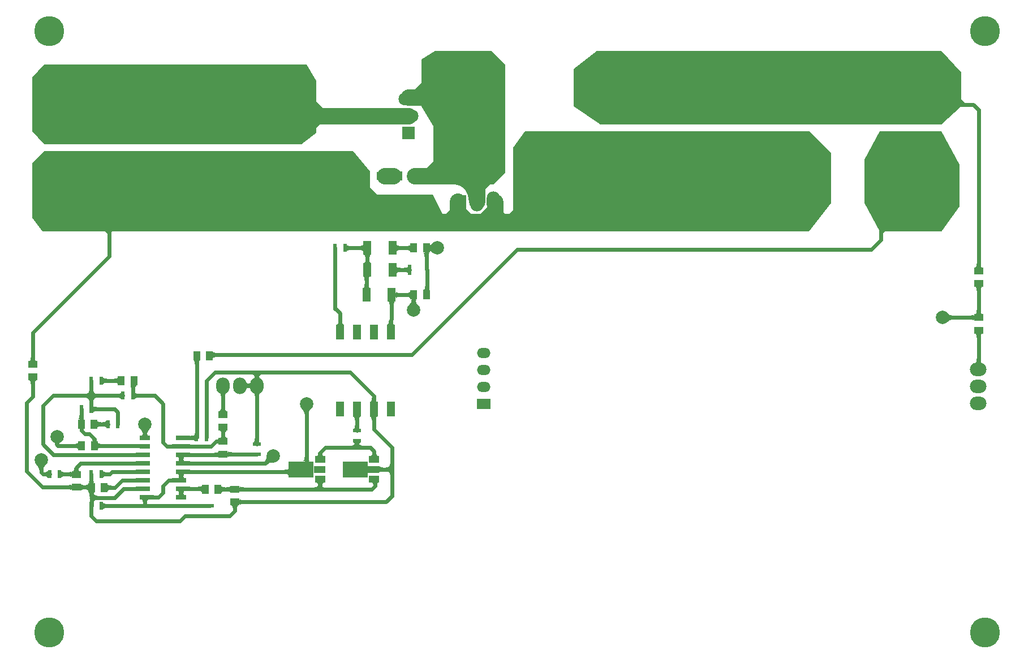
<source format=gtl>
G04 Layer_Physical_Order=1*
G04 Layer_Color=255*
%FSAX23Y23*%
%MOIN*%
G70*
G01*
G75*
%ADD10R,0.057X0.039*%
%ADD11R,0.039X0.057*%
%ADD12R,0.020X0.049*%
%ADD13R,0.060X0.026*%
%ADD14R,0.049X0.020*%
%ADD15R,0.049X0.079*%
%ADD16R,0.020X0.063*%
%ADD17R,0.051X0.087*%
%ADD18R,0.150X0.098*%
%ADD19R,0.059X0.039*%
%ADD20R,0.067X0.039*%
%ADD21R,0.079X0.161*%
%ADD22R,0.041X0.136*%
%ADD23C,0.024*%
%ADD24C,0.098*%
G04:AMPARAMS|DCode=25|XSize=126mil|YSize=15mil|CornerRadius=0mil|HoleSize=0mil|Usage=FLASHONLY|Rotation=315.000|XOffset=0mil|YOffset=0mil|HoleType=Round|Shape=Rectangle|*
%AMROTATEDRECTD25*
4,1,4,-0.050,0.039,-0.039,0.050,0.050,-0.039,0.039,-0.050,-0.050,0.039,0.0*
%
%ADD25ROTATEDRECTD25*%

G04:AMPARAMS|DCode=26|XSize=126mil|YSize=31mil|CornerRadius=0mil|HoleSize=0mil|Usage=FLASHONLY|Rotation=225.000|XOffset=0mil|YOffset=0mil|HoleType=Round|Shape=Rectangle|*
%AMROTATEDRECTD26*
4,1,4,0.033,0.056,0.056,0.033,-0.033,-0.056,-0.056,-0.033,0.033,0.056,0.0*
%
%ADD26ROTATEDRECTD26*%

G04:AMPARAMS|DCode=27|XSize=126mil|YSize=31mil|CornerRadius=0mil|HoleSize=0mil|Usage=FLASHONLY|Rotation=135.000|XOffset=0mil|YOffset=0mil|HoleType=Round|Shape=Rectangle|*
%AMROTATEDRECTD27*
4,1,4,0.056,-0.033,0.033,-0.056,-0.056,0.033,-0.033,0.056,0.056,-0.033,0.0*
%
%ADD27ROTATEDRECTD27*%

G04:AMPARAMS|DCode=28|XSize=78mil|YSize=69mil|CornerRadius=0mil|HoleSize=0mil|Usage=FLASHONLY|Rotation=225.000|XOffset=0mil|YOffset=0mil|HoleType=Round|Shape=Rectangle|*
%AMROTATEDRECTD28*
4,1,4,0.003,0.052,0.052,0.003,-0.003,-0.052,-0.052,-0.003,0.003,0.052,0.0*
%
%ADD28ROTATEDRECTD28*%

G04:AMPARAMS|DCode=29|XSize=148mil|YSize=69mil|CornerRadius=0mil|HoleSize=0mil|Usage=FLASHONLY|Rotation=135.000|XOffset=0mil|YOffset=0mil|HoleType=Round|Shape=Rectangle|*
%AMROTATEDRECTD29*
4,1,4,0.077,-0.028,0.028,-0.077,-0.077,0.028,-0.028,0.077,0.077,-0.028,0.0*
%
%ADD29ROTATEDRECTD29*%

G04:AMPARAMS|DCode=30|XSize=35mil|YSize=132mil|CornerRadius=0mil|HoleSize=0mil|Usage=FLASHONLY|Rotation=135.000|XOffset=0mil|YOffset=0mil|HoleType=Round|Shape=Rectangle|*
%AMROTATEDRECTD30*
4,1,4,0.059,0.034,-0.034,-0.059,-0.059,-0.034,0.034,0.059,0.059,0.034,0.0*
%
%ADD30ROTATEDRECTD30*%

G04:AMPARAMS|DCode=31|XSize=42mil|YSize=42mil|CornerRadius=0mil|HoleSize=0mil|Usage=FLASHONLY|Rotation=45.000|XOffset=0mil|YOffset=0mil|HoleType=Round|Shape=Rectangle|*
%AMROTATEDRECTD31*
4,1,4,0.000,-0.030,-0.030,0.000,0.000,0.030,0.030,0.000,0.000,-0.030,0.0*
%
%ADD31ROTATEDRECTD31*%

G04:AMPARAMS|DCode=32|XSize=90mil|YSize=21mil|CornerRadius=0mil|HoleSize=0mil|Usage=FLASHONLY|Rotation=45.000|XOffset=0mil|YOffset=0mil|HoleType=Round|Shape=Rectangle|*
%AMROTATEDRECTD32*
4,1,4,-0.025,-0.039,-0.039,-0.025,0.025,0.039,0.039,0.025,-0.025,-0.039,0.0*
%
%ADD32ROTATEDRECTD32*%

G04:AMPARAMS|DCode=33|XSize=10mil|YSize=98mil|CornerRadius=0mil|HoleSize=0mil|Usage=FLASHONLY|Rotation=45.000|XOffset=0mil|YOffset=0mil|HoleType=Round|Shape=Rectangle|*
%AMROTATEDRECTD33*
4,1,4,0.031,-0.038,-0.038,0.031,-0.031,0.038,0.038,-0.031,0.031,-0.038,0.0*
%
%ADD33ROTATEDRECTD33*%

G04:AMPARAMS|DCode=34|XSize=10mil|YSize=98mil|CornerRadius=0mil|HoleSize=0mil|Usage=FLASHONLY|Rotation=135.000|XOffset=0mil|YOffset=0mil|HoleType=Round|Shape=Rectangle|*
%AMROTATEDRECTD34*
4,1,4,0.038,0.031,-0.031,-0.038,-0.038,-0.031,0.031,0.038,0.038,0.031,0.0*
%
%ADD34ROTATEDRECTD34*%

G04:AMPARAMS|DCode=35|XSize=10mil|YSize=30mil|CornerRadius=0mil|HoleSize=0mil|Usage=FLASHONLY|Rotation=135.000|XOffset=0mil|YOffset=0mil|HoleType=Round|Shape=Rectangle|*
%AMROTATEDRECTD35*
4,1,4,0.014,0.007,-0.007,-0.014,-0.014,-0.007,0.007,0.014,0.014,0.007,0.0*
%
%ADD35ROTATEDRECTD35*%

G04:AMPARAMS|DCode=36|XSize=20mil|YSize=77mil|CornerRadius=0mil|HoleSize=0mil|Usage=FLASHONLY|Rotation=225.000|XOffset=0mil|YOffset=0mil|HoleType=Round|Shape=Rectangle|*
%AMROTATEDRECTD36*
4,1,4,-0.020,0.034,0.034,-0.020,0.020,-0.034,-0.034,0.020,-0.020,0.034,0.0*
%
%ADD36ROTATEDRECTD36*%

G04:AMPARAMS|DCode=37|XSize=51mil|YSize=16mil|CornerRadius=0mil|HoleSize=0mil|Usage=FLASHONLY|Rotation=45.000|XOffset=0mil|YOffset=0mil|HoleType=Round|Shape=Rectangle|*
%AMROTATEDRECTD37*
4,1,4,-0.012,-0.024,-0.024,-0.012,0.012,0.024,0.024,0.012,-0.012,-0.024,0.0*
%
%ADD37ROTATEDRECTD37*%

%ADD38O,0.079X0.098*%
%ADD39O,0.079X0.059*%
%ADD40R,0.079X0.059*%
%ADD41O,0.078X0.118*%
%ADD42R,0.078X0.078*%
%ADD43C,0.177*%
%ADD44R,0.074X0.074*%
%ADD45O,0.118X0.074*%
%ADD46C,0.157*%
%ADD47O,0.098X0.079*%
%ADD48C,0.112*%
%ADD49C,0.079*%
G36*
X02735Y02231D02*
X02735Y02227D01*
X02735Y02223D01*
X02736Y02220D01*
X02737Y02217D01*
X02739Y02215D01*
X02740Y02214D01*
X02742Y02213D01*
X02744Y02212D01*
X02746Y02212D01*
X02699D01*
X02701Y02212D01*
X02703Y02213D01*
X02705Y02214D01*
X02707Y02215D01*
X02708Y02217D01*
X02709Y02220D01*
X02710Y02223D01*
X02710Y02227D01*
X02711Y02231D01*
X02711Y02235D01*
X02734D01*
X02735Y02231D01*
D02*
G37*
G36*
X02006Y02234D02*
X02004Y02234D01*
X02002Y02233D01*
X02001Y02231D01*
X02000Y02229D01*
X01999Y02226D01*
X01998Y02223D01*
X01998Y02222D01*
X01998Y02222D01*
X01999Y02218D01*
X02000Y02216D01*
X02001Y02214D01*
X02002Y02212D01*
X02004Y02211D01*
X02006Y02210D01*
X02009Y02210D01*
X01961D01*
X01964Y02210D01*
X01966Y02211D01*
X01967Y02212D01*
X01969Y02214D01*
X01970Y02216D01*
X01971Y02218D01*
X01972Y02222D01*
X01972Y02222D01*
X01972Y02223D01*
X01971Y02226D01*
X01970Y02229D01*
X01969Y02231D01*
X01967Y02233D01*
X01966Y02234D01*
X01964Y02234D01*
X01961Y02235D01*
X02009D01*
X02006Y02234D01*
D02*
G37*
G36*
X02524Y02202D02*
X02520Y02202D01*
X02516Y02202D01*
X02513Y02201D01*
X02509Y02200D01*
X02506Y02199D01*
X02502Y02198D01*
X02499Y02196D01*
X02496Y02194D01*
X02494Y02192D01*
X02491Y02190D01*
X02474Y02206D01*
X02477Y02209D01*
X02479Y02212D01*
X02481Y02215D01*
X02482Y02218D01*
X02484Y02221D01*
X02485Y02225D01*
X02486Y02228D01*
X02486Y02232D01*
X02486Y02235D01*
X02486Y02239D01*
X02524Y02202D01*
D02*
G37*
G36*
X02204Y02231D02*
X02204Y02232D01*
X02203Y02233D01*
X02202Y02234D01*
X02200Y02234D01*
X02198Y02235D01*
X02196Y02235D01*
X02189Y02235D01*
X02180Y02236D01*
Y02259D01*
X02185Y02259D01*
X02189Y02260D01*
X02192Y02260D01*
X02196Y02261D01*
X02198Y02262D01*
X02200Y02263D01*
X02202Y02265D01*
X02203Y02266D01*
X02204Y02268D01*
X02204Y02271D01*
Y02231D01*
D02*
G37*
G36*
X02015Y02260D02*
X02016Y02260D01*
X02017Y02260D01*
X02021Y02259D01*
X02038Y02259D01*
Y02236D01*
X02015Y02235D01*
Y02260D01*
X02015Y02260D01*
D02*
G37*
G36*
X01741Y02235D02*
X01741Y02235D01*
X01740Y02235D01*
X01739Y02235D01*
X01736Y02235D01*
X01718Y02236D01*
Y02259D01*
X01741Y02260D01*
Y02235D01*
D02*
G37*
G36*
X02261Y02269D02*
X02262Y02268D01*
X02263Y02267D01*
X02265Y02266D01*
X02267Y02265D01*
X02269Y02264D01*
X02272Y02264D01*
X02276Y02263D01*
X02284Y02263D01*
Y02239D01*
X02280Y02239D01*
X02272Y02239D01*
X02269Y02238D01*
X02267Y02237D01*
X02265Y02236D01*
X02263Y02235D01*
X02262Y02234D01*
X02261Y02233D01*
X02261Y02231D01*
Y02271D01*
X02261Y02269D01*
D02*
G37*
G36*
X03152Y02181D02*
X03153Y02179D01*
X03154Y02178D01*
X03155Y02177D01*
X03158Y02176D01*
X03160Y02176D01*
X03163Y02175D01*
X03167Y02175D01*
X03175Y02174D01*
Y02151D01*
X03171Y02151D01*
X03163Y02150D01*
X03160Y02149D01*
X03158Y02149D01*
X03155Y02148D01*
X03154Y02147D01*
X03153Y02146D01*
X03152Y02144D01*
X03152Y02143D01*
Y02182D01*
X03152Y02181D01*
D02*
G37*
G36*
X02015Y02160D02*
X02016Y02160D01*
X02017Y02160D01*
X02021Y02159D01*
X02038Y02159D01*
Y02136D01*
X02015Y02135D01*
Y02160D01*
X02015Y02160D01*
D02*
G37*
G36*
X01741Y02135D02*
X01741Y02135D01*
X01740Y02135D01*
X01739Y02135D01*
X01736Y02135D01*
X01718Y02136D01*
Y02159D01*
X01741Y02160D01*
Y02135D01*
D02*
G37*
G36*
X01378Y02168D02*
X01379Y02164D01*
X01379Y02161D01*
X01380Y02158D01*
X01381Y02156D01*
X01382Y02154D01*
X01383Y02153D01*
X01384Y02151D01*
X01386Y02151D01*
X01388Y02151D01*
X01345D01*
X01346Y02151D01*
X01348Y02151D01*
X01350Y02153D01*
X01351Y02154D01*
X01352Y02156D01*
X01353Y02158D01*
X01354Y02161D01*
X01354Y02164D01*
X01354Y02168D01*
X01354Y02172D01*
X01378D01*
X01378Y02168D01*
D02*
G37*
G36*
X02015Y02210D02*
X02016Y02210D01*
X02017Y02210D01*
X02021Y02209D01*
X02038Y02209D01*
Y02186D01*
X02015Y02185D01*
Y02210D01*
X02015Y02210D01*
D02*
G37*
G36*
X01741Y02185D02*
X01741Y02185D01*
X01740Y02185D01*
X01739Y02185D01*
X01736Y02185D01*
X01718Y02186D01*
Y02209D01*
X01741Y02210D01*
Y02185D01*
D02*
G37*
G36*
X01184Y02186D02*
X01181Y02183D01*
X01179Y02180D01*
X01177Y02177D01*
X01175Y02173D01*
X01174Y02170D01*
X01173Y02167D01*
X01172Y02163D01*
X01172Y02160D01*
X01171Y02156D01*
X01148D01*
X01148Y02160D01*
X01147Y02163D01*
X01146Y02167D01*
X01145Y02170D01*
X01144Y02173D01*
X01142Y02177D01*
X01140Y02180D01*
X01138Y02183D01*
X01135Y02186D01*
X01132Y02189D01*
X01187D01*
X01184Y02186D01*
D02*
G37*
G36*
X02204Y02311D02*
X02204Y02312D01*
X02204Y02312D01*
X02203Y02313D01*
X02202Y02313D01*
X02200Y02313D01*
X02199Y02314D01*
X02197Y02314D01*
X02192Y02314D01*
X02189Y02314D01*
Y02338D01*
X02192Y02338D01*
X02199Y02338D01*
X02200Y02338D01*
X02202Y02339D01*
X02203Y02339D01*
X02204Y02340D01*
X02204Y02340D01*
X02204Y02341D01*
Y02311D01*
D02*
G37*
G36*
X01268Y02318D02*
X01267Y02318D01*
X01267Y02317D01*
X01267Y02316D01*
X01266Y02315D01*
X01266Y02311D01*
X01266Y02307D01*
X01266Y02304D01*
X01242D01*
X01242Y02307D01*
X01242Y02315D01*
X01242Y02316D01*
X01241Y02317D01*
X01241Y02318D01*
X01241Y02318D01*
X01240Y02319D01*
X01268D01*
X01268Y02318D01*
D02*
G37*
G36*
X02015Y02310D02*
X02016Y02310D01*
X02017Y02310D01*
X02021Y02309D01*
X02038Y02309D01*
Y02286D01*
X02015Y02285D01*
Y02310D01*
X02015Y02310D01*
D02*
G37*
G36*
X02441Y02339D02*
X02442Y02335D01*
X02442Y02331D01*
X02443Y02328D01*
X02444Y02326D01*
X02445Y02324D01*
X02447Y02322D01*
X02449Y02321D01*
X02451Y02320D01*
X02453Y02320D01*
X02406D01*
X02408Y02320D01*
X02410Y02321D01*
X02412Y02322D01*
X02413Y02324D01*
X02415Y02326D01*
X02416Y02328D01*
X02416Y02331D01*
X02417Y02335D01*
X02417Y02339D01*
X02417Y02343D01*
X02441D01*
X02441Y02339D01*
D02*
G37*
G36*
X02015Y02360D02*
X02016Y02360D01*
X02017Y02360D01*
X02021Y02359D01*
X02038Y02359D01*
Y02336D01*
X02015Y02335D01*
Y02360D01*
X02015Y02360D01*
D02*
G37*
G36*
X01484Y02339D02*
X01485Y02329D01*
X01485Y02329D01*
X01486Y02329D01*
X01460D01*
X01460Y02329D01*
X01460Y02329D01*
X01460Y02330D01*
X01460Y02331D01*
X01461Y02332D01*
X01461Y02337D01*
X01461Y02342D01*
X01484D01*
X01484Y02339D01*
D02*
G37*
G36*
X02065Y02325D02*
X02065Y02327D01*
X02064Y02329D01*
X02063Y02330D01*
X02061Y02332D01*
X02059Y02333D01*
X02057Y02334D01*
X02054Y02335D01*
X02050Y02335D01*
X02046Y02335D01*
X02042Y02336D01*
Y02359D01*
X02046Y02359D01*
X02050Y02360D01*
X02054Y02360D01*
X02057Y02361D01*
X02059Y02362D01*
X02061Y02363D01*
X02063Y02365D01*
X02064Y02367D01*
X02065Y02369D01*
X02065Y02371D01*
Y02325D01*
D02*
G37*
G36*
X01378Y02277D02*
X01378Y02279D01*
X01377Y02281D01*
X01376Y02283D01*
X01375Y02284D01*
X01372Y02286D01*
X01370Y02287D01*
X01367Y02287D01*
X01363Y02288D01*
X01359Y02288D01*
X01355Y02288D01*
Y02312D01*
X01359Y02312D01*
X01363Y02313D01*
X01367Y02313D01*
X01370Y02314D01*
X01372Y02315D01*
X01375Y02316D01*
X01376Y02318D01*
X01377Y02320D01*
X01378Y02322D01*
X01378Y02324D01*
Y02277D01*
D02*
G37*
G36*
X03134Y02260D02*
X03134Y02256D01*
X03135Y02253D01*
X03136Y02250D01*
X03137Y02247D01*
X03138Y02245D01*
X03140Y02243D01*
X03142Y02242D01*
X03144Y02241D01*
X03146Y02241D01*
X03099D01*
X03101Y02241D01*
X03103Y02242D01*
X03105Y02243D01*
X03106Y02245D01*
X03107Y02247D01*
X03109Y02250D01*
X03109Y02253D01*
X03110Y02256D01*
X03110Y02260D01*
X03110Y02265D01*
X03134D01*
X03134Y02260D01*
D02*
G37*
G36*
X02815Y02257D02*
X02816Y02251D01*
X02816Y02248D01*
X02817Y02246D01*
X02818Y02244D01*
X02819Y02243D01*
X02820Y02242D01*
X02822Y02241D01*
X02823Y02241D01*
X02784D01*
X02785Y02241D01*
X02786Y02242D01*
X02788Y02243D01*
X02789Y02244D01*
X02789Y02246D01*
X02790Y02248D01*
X02791Y02251D01*
X02791Y02254D01*
X02791Y02257D01*
X02791Y02261D01*
X02815D01*
X02815Y02257D01*
D02*
G37*
G36*
X01492Y02322D02*
X01493Y02320D01*
X01494Y02318D01*
X01496Y02316D01*
X01498Y02315D01*
X01501Y02314D01*
X01504Y02313D01*
X01507Y02313D01*
X01511Y02312D01*
X01516Y02312D01*
Y02288D01*
X01511Y02288D01*
X01507Y02288D01*
X01504Y02287D01*
X01501Y02287D01*
X01498Y02286D01*
X01496Y02284D01*
X01494Y02283D01*
X01493Y02281D01*
X01492Y02279D01*
X01492Y02277D01*
Y02324D01*
X01492Y02322D01*
D02*
G37*
G36*
X01955Y02285D02*
X01955Y02285D01*
X01954Y02285D01*
X01953Y02285D01*
X01949Y02285D01*
X01931Y02286D01*
Y02309D01*
X01955Y02310D01*
Y02285D01*
D02*
G37*
G36*
X01741Y02310D02*
Y02285D01*
X01741Y02285D01*
X01740Y02286D01*
X01739Y02287D01*
X01738Y02287D01*
X01736Y02288D01*
X01733Y02288D01*
X01726Y02288D01*
X01718Y02288D01*
Y02312D01*
X01741Y02310D01*
D02*
G37*
G36*
X03032Y02321D02*
X03032Y02320D01*
X03043D01*
X03041Y02320D01*
X03039Y02319D01*
X03037Y02318D01*
X03036Y02316D01*
X03035Y02314D01*
X03034Y02313D01*
X03035Y02311D01*
X03038Y02308D01*
X03040Y02306D01*
X03043Y02304D01*
X03047Y02303D01*
X03051Y02302D01*
X03055Y02302D01*
X03020Y02279D01*
X02984Y02302D01*
X02989Y02302D01*
X02993Y02303D01*
X02996Y02304D01*
X03000Y02306D01*
X03002Y02308D01*
X03004Y02311D01*
X03006Y02313D01*
X03005Y02314D01*
X03004Y02316D01*
X03002Y02318D01*
X03000Y02319D01*
X02998Y02320D01*
X02996Y02320D01*
X03008D01*
X03008Y02321D01*
X03008Y02326D01*
X03032D01*
X03032Y02321D01*
D02*
G37*
G36*
X02273Y02025D02*
X02273Y02026D01*
X02272Y02028D01*
X02271Y02029D01*
X02269Y02030D01*
X02267Y02031D01*
X02264Y02031D01*
X02261Y02032D01*
X02258Y02032D01*
X02249Y02033D01*
Y02056D01*
X02254Y02056D01*
X02261Y02057D01*
X02264Y02057D01*
X02267Y02058D01*
X02269Y02059D01*
X02271Y02060D01*
X02272Y02061D01*
X02273Y02062D01*
X02273Y02064D01*
Y02025D01*
D02*
G37*
G36*
X02107Y02024D02*
X02106Y02026D01*
X02106Y02028D01*
X02105Y02030D01*
X02103Y02031D01*
X02101Y02033D01*
X02098Y02034D01*
X02095Y02034D01*
X02092Y02035D01*
X02087Y02035D01*
X02083Y02036D01*
Y02059D01*
X02087Y02059D01*
X02092Y02060D01*
X02095Y02060D01*
X02098Y02061D01*
X02101Y02062D01*
X02103Y02063D01*
X02105Y02065D01*
X02106Y02067D01*
X02106Y02069D01*
X02107Y02071D01*
Y02024D01*
D02*
G37*
G36*
X02221Y02066D02*
X02221Y02064D01*
X02223Y02062D01*
X02224Y02060D01*
X02226Y02059D01*
X02229Y02058D01*
X02232Y02057D01*
X02236Y02057D01*
X02240Y02056D01*
X02244Y02056D01*
Y02033D01*
X02240Y02032D01*
X02236Y02032D01*
X02232Y02031D01*
X02229Y02031D01*
X02226Y02030D01*
X02224Y02028D01*
X02223Y02027D01*
X02221Y02025D01*
X02221Y02023D01*
X02221Y02021D01*
Y02068D01*
X02221Y02066D01*
D02*
G37*
G36*
X02330Y02062D02*
X02331Y02061D01*
X02332Y02060D01*
X02334Y02059D01*
X02336Y02058D01*
X02338Y02057D01*
X02341Y02057D01*
X02345Y02056D01*
X02353Y02056D01*
Y02033D01*
X02349Y02032D01*
X02341Y02032D01*
X02338Y02031D01*
X02336Y02031D01*
X02334Y02030D01*
X02332Y02029D01*
X02331Y02028D01*
X02330Y02026D01*
X02330Y02025D01*
Y02064D01*
X02330Y02062D01*
D02*
G37*
G36*
X01741Y02035D02*
X01741Y02035D01*
X01740Y02035D01*
X01739Y02035D01*
X01736Y02035D01*
X01718Y02036D01*
Y02059D01*
X01741Y02060D01*
Y02035D01*
D02*
G37*
G36*
X02825Y02084D02*
X02823Y02083D01*
X02821Y02082D01*
X02819Y02080D01*
X02818Y02078D01*
X02817Y02075D01*
X02816Y02072D01*
X02816Y02069D01*
X02816Y02068D01*
X02816Y02065D01*
X02817Y02062D01*
X02818Y02060D01*
X02819Y02058D01*
X02820Y02057D01*
X02821Y02056D01*
X02823Y02056D01*
X02803Y02033D01*
X02768Y02056D01*
X02772Y02056D01*
X02776Y02057D01*
X02780Y02058D01*
X02783Y02060D01*
X02786Y02062D01*
X02788Y02065D01*
X02789Y02068D01*
X02791Y02071D01*
X02791Y02071D01*
X02790Y02072D01*
X02790Y02075D01*
X02789Y02078D01*
X02787Y02080D01*
X02786Y02082D01*
X02784Y02083D01*
X02782Y02084D01*
X02780Y02084D01*
X02827D01*
X02825Y02084D01*
D02*
G37*
G36*
X01551Y02076D02*
X01552Y02074D01*
X01553Y02072D01*
X01555Y02070D01*
X01557Y02069D01*
X01560Y02068D01*
X01563Y02067D01*
X01566Y02066D01*
X01570Y02066D01*
X01575Y02066D01*
Y02042D01*
X01570Y02042D01*
X01566Y02042D01*
X01563Y02041D01*
X01560Y02041D01*
X01557Y02039D01*
X01555Y02038D01*
X01553Y02037D01*
X01552Y02035D01*
X01551Y02033D01*
X01551Y02031D01*
Y02078D01*
X01551Y02076D01*
D02*
G37*
G36*
X02330Y01988D02*
X02331Y01986D01*
X02332Y01985D01*
X02334Y01984D01*
X02336Y01983D01*
X02338Y01983D01*
X02341Y01982D01*
X02345Y01982D01*
X02353Y01981D01*
Y01958D01*
X02349Y01958D01*
X02341Y01957D01*
X02338Y01957D01*
X02336Y01956D01*
X02334Y01955D01*
X02332Y01954D01*
X02331Y01953D01*
X02330Y01951D01*
X02330Y01950D01*
Y01989D01*
X02330Y01988D01*
D02*
G37*
G36*
X02323Y01950D02*
X02321Y01949D01*
X02319Y01948D01*
X02317Y01946D01*
X02316Y01944D01*
X02315Y01942D01*
X02314Y01938D01*
X02314Y01935D01*
X02313Y01931D01*
X02313Y01926D01*
X02290D01*
X02289Y01931D01*
X02289Y01935D01*
X02288Y01938D01*
X02288Y01942D01*
X02287Y01944D01*
X02285Y01946D01*
X02284Y01948D01*
X02282Y01949D01*
X02280Y01950D01*
X02278Y01950D01*
X02325D01*
X02323Y01950D01*
D02*
G37*
G36*
X01524Y01967D02*
X01525Y01965D01*
X01526Y01964D01*
X01527Y01962D01*
X01530Y01961D01*
X01532Y01960D01*
X01535Y01959D01*
X01539Y01958D01*
X01543Y01958D01*
X01547Y01958D01*
Y01934D01*
X01543Y01934D01*
X01539Y01934D01*
X01535Y01933D01*
X01532Y01932D01*
X01530Y01931D01*
X01527Y01930D01*
X01526Y01928D01*
X01525Y01927D01*
X01524Y01925D01*
X01524Y01922D01*
Y01970D01*
X01524Y01967D01*
D02*
G37*
G36*
X01469Y02026D02*
X01469Y02026D01*
X01476D01*
X01475Y02026D01*
X01474Y02025D01*
X01472Y02024D01*
X01471Y02022D01*
X01471Y02020D01*
X01470Y02019D01*
X01471Y02019D01*
X01472Y02015D01*
X01475Y02013D01*
X01477Y02011D01*
X01480Y02009D01*
X01484Y02008D01*
X01488Y02007D01*
X01492Y02007D01*
Y01983D01*
X01488Y01983D01*
X01484Y01982D01*
X01480Y01981D01*
X01477Y01980D01*
X01475Y01977D01*
X01472Y01975D01*
X01471Y01972D01*
X01470Y01968D01*
X01469Y01964D01*
X01469Y01960D01*
X01445Y01995D01*
X01450Y02002D01*
X01445D01*
X01445Y02007D01*
X01444Y02014D01*
X01444Y02017D01*
X01443Y02020D01*
X01442Y02022D01*
X01441Y02024D01*
X01440Y02025D01*
X01439Y02026D01*
X01437Y02026D01*
X01465D01*
X01469Y02031D01*
X01469Y02026D01*
D02*
G37*
G36*
X02006Y02034D02*
X02004Y02034D01*
X02002Y02033D01*
X02001Y02031D01*
X02000Y02029D01*
X01999Y02026D01*
X01998Y02023D01*
X01998Y02022D01*
X01998Y02022D01*
X01999Y02018D01*
X02000Y02016D01*
X02001Y02014D01*
X02002Y02012D01*
X02004Y02011D01*
X02006Y02010D01*
X02009Y02010D01*
X01961D01*
X01964Y02010D01*
X01966Y02011D01*
X01967Y02012D01*
X01969Y02014D01*
X01970Y02016D01*
X01971Y02018D01*
X01972Y02022D01*
X01972Y02022D01*
X01972Y02023D01*
X01971Y02026D01*
X01970Y02029D01*
X01969Y02031D01*
X01967Y02033D01*
X01966Y02034D01*
X01964Y02034D01*
X01961Y02035D01*
X02009D01*
X02006Y02034D01*
D02*
G37*
G36*
X01801Y02010D02*
X01802Y02010D01*
X01803Y02010D01*
X01807Y02009D01*
X01825Y02009D01*
Y01986D01*
X01801Y01985D01*
Y02010D01*
X01801Y02010D01*
D02*
G37*
G36*
X01793Y01984D02*
X01791Y01984D01*
X01789Y01983D01*
X01787Y01981D01*
X01786Y01979D01*
X01785Y01976D01*
X01784Y01973D01*
X01784Y01970D01*
X01783Y01966D01*
X01783Y01961D01*
X01760D01*
X01759Y01966D01*
X01759Y01970D01*
X01758Y01973D01*
X01758Y01976D01*
X01757Y01979D01*
X01755Y01981D01*
X01754Y01983D01*
X01752Y01984D01*
X01750Y01984D01*
X01748Y01985D01*
X01795D01*
X01793Y01984D01*
D02*
G37*
G36*
X01524Y02154D02*
X01525Y02152D01*
X01526Y02151D01*
X01527Y02149D01*
X01530Y02148D01*
X01532Y02147D01*
X01535Y02146D01*
X01539Y02145D01*
X01543Y02145D01*
X01547Y02145D01*
Y02121D01*
X01543Y02121D01*
X01539Y02121D01*
X01535Y02120D01*
X01532Y02119D01*
X01530Y02118D01*
X01527Y02117D01*
X01526Y02115D01*
X01525Y02114D01*
X01524Y02112D01*
X01524Y02109D01*
Y02157D01*
X01524Y02154D01*
D02*
G37*
G36*
X01278D02*
X01278Y02152D01*
X01280Y02151D01*
X01281Y02149D01*
X01283Y02148D01*
X01286Y02147D01*
X01289Y02146D01*
X01293Y02145D01*
X01297Y02145D01*
X01301Y02145D01*
Y02121D01*
X01297Y02121D01*
X01293Y02121D01*
X01289Y02120D01*
X01286Y02119D01*
X01283Y02118D01*
X01281Y02117D01*
X01280Y02115D01*
X01278Y02114D01*
X01278Y02112D01*
X01277Y02109D01*
Y02157D01*
X01278Y02154D01*
D02*
G37*
G36*
X01199Y02109D02*
X01199Y02112D01*
X01198Y02114D01*
X01197Y02115D01*
X01195Y02117D01*
X01193Y02118D01*
X01191Y02119D01*
X01188Y02120D01*
X01184Y02121D01*
X01180Y02121D01*
X01175Y02121D01*
Y02145D01*
X01180Y02145D01*
X01184Y02145D01*
X01188Y02146D01*
X01191Y02147D01*
X01193Y02148D01*
X01195Y02149D01*
X01197Y02151D01*
X01198Y02152D01*
X01199Y02154D01*
X01199Y02157D01*
Y02109D01*
D02*
G37*
G36*
X02006Y02134D02*
X02004Y02134D01*
X02002Y02133D01*
X02001Y02131D01*
X02000Y02129D01*
X01999Y02126D01*
X01998Y02123D01*
X01998Y02122D01*
X01998Y02122D01*
X01999Y02118D01*
X02000Y02116D01*
X02001Y02114D01*
X02002Y02112D01*
X02004Y02111D01*
X02006Y02110D01*
X02009Y02110D01*
X01961D01*
X01964Y02110D01*
X01966Y02111D01*
X01967Y02112D01*
X01969Y02114D01*
X01970Y02116D01*
X01971Y02118D01*
X01972Y02122D01*
X01972Y02122D01*
X01972Y02123D01*
X01971Y02126D01*
X01970Y02129D01*
X01969Y02131D01*
X01967Y02133D01*
X01966Y02134D01*
X01964Y02134D01*
X01961Y02135D01*
X02009D01*
X02006Y02134D01*
D02*
G37*
G36*
X03238Y02162D02*
X03215Y02127D01*
X03214Y02132D01*
X03214Y02136D01*
X03213Y02139D01*
X03211Y02142D01*
X03209Y02145D01*
X03206Y02147D01*
X03203Y02149D01*
X03200Y02150D01*
X03196Y02150D01*
X03191Y02151D01*
Y02174D01*
X03196Y02175D01*
X03200Y02175D01*
X03203Y02176D01*
X03206Y02178D01*
X03209Y02180D01*
X03211Y02183D01*
X03213Y02186D01*
X03214Y02189D01*
X03214Y02193D01*
X03215Y02198D01*
X03238Y02162D01*
D02*
G37*
G36*
X02617Y02124D02*
X02616Y02126D01*
X02616Y02128D01*
X02614Y02130D01*
X02613Y02131D01*
X02611Y02133D01*
X02608Y02134D01*
X02605Y02134D01*
X02601Y02135D01*
X02597Y02135D01*
X02593Y02136D01*
Y02159D01*
X02597Y02159D01*
X02601Y02160D01*
X02605Y02160D01*
X02608Y02161D01*
X02611Y02162D01*
X02613Y02163D01*
X02614Y02165D01*
X02616Y02167D01*
X02616Y02169D01*
X02617Y02171D01*
Y02124D01*
D02*
G37*
G36*
X01338Y02111D02*
X01338Y02113D01*
X01337Y02115D01*
X01336Y02116D01*
X01334Y02118D01*
X01332Y02119D01*
X01329Y02120D01*
X01326Y02120D01*
X01323Y02121D01*
X01319Y02121D01*
X01314Y02121D01*
Y02145D01*
X01319Y02145D01*
X01329Y02146D01*
X01332Y02146D01*
X01334Y02147D01*
X01336Y02148D01*
X01337Y02148D01*
X01338Y02149D01*
X01338Y02151D01*
Y02111D01*
D02*
G37*
G36*
X03146Y02084D02*
X03145Y02083D01*
X03144Y02082D01*
X03143Y02081D01*
X03142Y02079D01*
X03141Y02077D01*
X03141Y02074D01*
X03140Y02071D01*
X03140Y02068D01*
X03140Y02064D01*
X03116D01*
X03116Y02068D01*
X03116Y02074D01*
X03115Y02077D01*
X03114Y02079D01*
X03113Y02081D01*
X03112Y02082D01*
X03111Y02083D01*
X03110Y02084D01*
X03108Y02084D01*
X03148D01*
X03146Y02084D01*
D02*
G37*
G36*
X01338Y02037D02*
X01338Y02038D01*
X01337Y02039D01*
X01336Y02041D01*
X01334Y02042D01*
X01332Y02042D01*
X01329Y02043D01*
X01326Y02044D01*
X01323Y02044D01*
X01314Y02044D01*
Y02068D01*
X01319Y02068D01*
X01326Y02069D01*
X01329Y02069D01*
X01332Y02070D01*
X01334Y02071D01*
X01336Y02072D01*
X01337Y02073D01*
X01338Y02074D01*
X01338Y02076D01*
Y02037D01*
D02*
G37*
G36*
X02015Y02060D02*
X02016Y02060D01*
X02017Y02060D01*
X02021Y02059D01*
X02038Y02059D01*
Y02036D01*
X02015Y02035D01*
Y02060D01*
X02015Y02060D01*
D02*
G37*
G36*
X01437Y02033D02*
X01437Y02035D01*
X01436Y02037D01*
X01435Y02039D01*
X01434Y02040D01*
X01431Y02041D01*
X01429Y02042D01*
X01426Y02043D01*
X01422Y02044D01*
X01418Y02044D01*
X01416Y02044D01*
X01414Y02044D01*
X01406Y02044D01*
X01403Y02043D01*
X01401Y02042D01*
X01399Y02042D01*
X01397Y02041D01*
X01396Y02039D01*
X01395Y02038D01*
X01395Y02037D01*
Y02076D01*
X01395Y02074D01*
X01396Y02073D01*
X01397Y02072D01*
X01399Y02071D01*
X01401Y02070D01*
X01403Y02069D01*
X01406Y02069D01*
X01410Y02068D01*
X01416Y02068D01*
X01418Y02068D01*
X01422Y02068D01*
X01426Y02069D01*
X01429Y02070D01*
X01431Y02071D01*
X01434Y02072D01*
X01435Y02074D01*
X01436Y02076D01*
X01437Y02078D01*
X01437Y02080D01*
Y02033D01*
D02*
G37*
G36*
X01955Y02085D02*
X01955Y02085D01*
X01954Y02085D01*
X01953Y02085D01*
X01949Y02085D01*
X01931Y02086D01*
Y02109D01*
X01955Y02110D01*
Y02085D01*
D02*
G37*
G36*
X01741D02*
X01741Y02085D01*
X01740Y02085D01*
X01739Y02085D01*
X01736Y02085D01*
X01718Y02086D01*
Y02109D01*
X01741Y02110D01*
Y02085D01*
D02*
G37*
G36*
X01467Y02102D02*
X01468Y02094D01*
X01468Y02091D01*
X01469Y02089D01*
X01470Y02086D01*
X01471Y02085D01*
X01473Y02084D01*
X01475Y02083D01*
X01476Y02083D01*
X01437D01*
X01438Y02083D01*
X01439Y02084D01*
X01440Y02085D01*
X01441Y02086D01*
X01442Y02089D01*
X01442Y02091D01*
X01443Y02094D01*
X01443Y02102D01*
X01443Y02106D01*
X01467D01*
X01467Y02102D01*
D02*
G37*
G36*
X02254Y02391D02*
X02252Y02390D01*
X02250Y02389D01*
X02249Y02387D01*
X02247Y02385D01*
X02246Y02383D01*
X02245Y02379D01*
X02245Y02376D01*
X02244Y02372D01*
X02244Y02368D01*
X02244Y02365D01*
X02245Y02361D01*
X02245Y02357D01*
X02246Y02354D01*
X02247Y02351D01*
X02249Y02349D01*
X02250Y02348D01*
X02252Y02346D01*
X02254Y02346D01*
X02256Y02345D01*
X02209D01*
X02211Y02346D01*
X02213Y02346D01*
X02215Y02348D01*
X02216Y02349D01*
X02218Y02351D01*
X02219Y02354D01*
X02220Y02357D01*
X02220Y02361D01*
X02221Y02365D01*
X02221Y02368D01*
X02221Y02372D01*
X02220Y02376D01*
X02220Y02379D01*
X02219Y02383D01*
X02218Y02385D01*
X02216Y02387D01*
X02215Y02389D01*
X02213Y02390D01*
X02211Y02391D01*
X02209Y02391D01*
X02256D01*
X02254Y02391D01*
D02*
G37*
G36*
X03445Y03238D02*
X03446Y03224D01*
X03446Y03222D01*
X03447Y03221D01*
X03447Y03219D01*
X03448Y03219D01*
X03449Y03218D01*
X03410D01*
X03412Y03219D01*
X03414Y03219D01*
X03416Y03221D01*
X03417Y03222D01*
X03418Y03224D01*
X03420Y03227D01*
X03420Y03230D01*
X03421Y03234D01*
X03421Y03238D01*
X03421Y03242D01*
X03445D01*
X03445Y03238D01*
D02*
G37*
G36*
X06705Y03237D02*
X06703Y03237D01*
X06701Y03236D01*
X06699Y03234D01*
X06698Y03232D01*
X06697Y03229D01*
X06696Y03226D01*
X06696Y03223D01*
X06695Y03218D01*
X06695Y03214D01*
X06671D01*
X06671Y03218D01*
X06671Y03223D01*
X06670Y03226D01*
X06670Y03229D01*
X06668Y03232D01*
X06667Y03234D01*
X06666Y03236D01*
X06664Y03237D01*
X06662Y03237D01*
X06660Y03238D01*
X06707D01*
X06705Y03237D01*
D02*
G37*
G36*
X03335Y03166D02*
X03335Y03169D01*
X03334Y03171D01*
X03333Y03172D01*
X03331Y03174D01*
X03329Y03175D01*
X03326Y03176D01*
X03323Y03177D01*
X03320Y03178D01*
X03316Y03178D01*
X03311Y03178D01*
Y03202D01*
X03316Y03202D01*
X03320Y03202D01*
X03323Y03203D01*
X03326Y03204D01*
X03329Y03205D01*
X03331Y03206D01*
X03333Y03208D01*
X03334Y03209D01*
X03335Y03211D01*
X03335Y03214D01*
Y03166D01*
D02*
G37*
G36*
X03089Y03248D02*
X03089Y03244D01*
X03090Y03241D01*
X03091Y03238D01*
X03092Y03235D01*
X03093Y03233D01*
X03095Y03231D01*
X03096Y03230D01*
X03098Y03229D01*
X03101Y03229D01*
X03053D01*
X03056Y03229D01*
X03058Y03230D01*
X03059Y03231D01*
X03061Y03233D01*
X03062Y03235D01*
X03063Y03238D01*
X03064Y03241D01*
X03065Y03244D01*
X03065Y03248D01*
X03065Y03253D01*
X03089D01*
X03089Y03248D01*
D02*
G37*
G36*
X03321Y03314D02*
X03321Y03316D01*
X03320Y03318D01*
X03319Y03320D01*
X03317Y03322D01*
X03315Y03323D01*
X03313Y03324D01*
X03310Y03325D01*
X03306Y03325D01*
X03302Y03326D01*
X03298Y03326D01*
Y03349D01*
X03302Y03350D01*
X03306Y03350D01*
X03310Y03351D01*
X03313Y03351D01*
X03315Y03352D01*
X03317Y03354D01*
X03319Y03355D01*
X03320Y03357D01*
X03321Y03359D01*
X03321Y03361D01*
Y03314D01*
D02*
G37*
G36*
X03254Y03359D02*
X03255Y03357D01*
X03256Y03355D01*
X03258Y03354D01*
X03260Y03352D01*
X03262Y03351D01*
X03265Y03351D01*
X03269Y03350D01*
X03273Y03350D01*
X03278Y03349D01*
Y03326D01*
X03273Y03326D01*
X03269Y03325D01*
X03265Y03325D01*
X03262Y03324D01*
X03260Y03323D01*
X03258Y03322D01*
X03256Y03320D01*
X03255Y03318D01*
X03254Y03316D01*
X03254Y03314D01*
Y03361D01*
X03254Y03359D01*
D02*
G37*
G36*
X03098Y03298D02*
X03096Y03298D01*
X03095Y03296D01*
X03093Y03295D01*
X03092Y03293D01*
X03091Y03290D01*
X03090Y03287D01*
X03089Y03283D01*
X03089Y03279D01*
X03089Y03275D01*
X03065D01*
X03065Y03279D01*
X03064Y03287D01*
X03064Y03290D01*
X03063Y03293D01*
X03062Y03295D01*
X03061Y03296D01*
X03060Y03297D01*
X03059Y03298D01*
X03057Y03298D01*
X03101Y03299D01*
X03098Y03298D01*
D02*
G37*
G36*
X06655Y03037D02*
X06655Y03038D01*
X06654Y03039D01*
X06653Y03041D01*
X06651Y03042D01*
X06649Y03042D01*
X06646Y03043D01*
X06643Y03044D01*
X06640Y03044D01*
X06631Y03044D01*
Y03068D01*
X06636Y03068D01*
X06643Y03069D01*
X06646Y03069D01*
X06649Y03070D01*
X06651Y03071D01*
X06653Y03072D01*
X06654Y03073D01*
X06655Y03074D01*
X06655Y03076D01*
Y03037D01*
D02*
G37*
G36*
X06502Y03081D02*
X06505Y03078D01*
X06508Y03076D01*
X06511Y03074D01*
X06515Y03072D01*
X06518Y03071D01*
X06521Y03069D01*
X06525Y03069D01*
X06528Y03068D01*
X06532Y03068D01*
Y03044D01*
X06528Y03044D01*
X06525Y03044D01*
X06521Y03043D01*
X06518Y03042D01*
X06515Y03040D01*
X06511Y03039D01*
X06508Y03037D01*
X06505Y03034D01*
X06502Y03032D01*
X06499Y03029D01*
Y03084D01*
X06502Y03081D01*
D02*
G37*
G36*
X03231Y03033D02*
X03231Y03029D01*
X03232Y03025D01*
X03233Y03022D01*
X03234Y03020D01*
X03235Y03017D01*
X03237Y03016D01*
X03238Y03015D01*
X03240Y03014D01*
X03243Y03014D01*
X03195D01*
X03198Y03014D01*
X03200Y03015D01*
X03201Y03016D01*
X03203Y03017D01*
X03204Y03020D01*
X03205Y03022D01*
X03206Y03025D01*
X03207Y03029D01*
X03207Y03033D01*
X03207Y03037D01*
X03231D01*
X03231Y03033D01*
D02*
G37*
G36*
X06695Y03095D02*
X06696Y03091D01*
X06696Y03087D01*
X06697Y03084D01*
X06698Y03082D01*
X06699Y03080D01*
X06701Y03078D01*
X06703Y03077D01*
X06705Y03076D01*
X06707Y03076D01*
X06660D01*
X06662Y03076D01*
X06664Y03077D01*
X06666Y03078D01*
X06667Y03080D01*
X06668Y03082D01*
X06670Y03084D01*
X06670Y03087D01*
X06671Y03091D01*
X06671Y03095D01*
X06671Y03099D01*
X06695D01*
X06695Y03095D01*
D02*
G37*
G36*
X03249Y03211D02*
X03250Y03209D01*
X03251Y03208D01*
X03253Y03206D01*
X03255Y03205D01*
X03258Y03204D01*
X03261Y03203D01*
X03264Y03202D01*
X03268Y03202D01*
X03273Y03202D01*
Y03178D01*
X03268Y03178D01*
X03264Y03178D01*
X03261Y03177D01*
X03258Y03176D01*
X03255Y03175D01*
X03253Y03174D01*
X03251Y03172D01*
X03250Y03171D01*
X03249Y03169D01*
X03249Y03166D01*
Y03214D01*
X03249Y03211D01*
D02*
G37*
G36*
X03366Y03162D02*
X03366Y03162D01*
X03374D01*
X03373Y03161D01*
X03371Y03161D01*
X03370Y03159D01*
X03369Y03158D01*
X03368Y03156D01*
X03368Y03153D01*
X03367Y03153D01*
X03368Y03152D01*
X03369Y03148D01*
X03370Y03145D01*
X03372Y03141D01*
X03374Y03138D01*
X03376Y03135D01*
X03379Y03131D01*
X03381Y03128D01*
X03326Y03131D01*
X03329Y03134D01*
X03332Y03137D01*
X03335Y03140D01*
X03337Y03143D01*
X03339Y03146D01*
X03340Y03149D01*
X03341Y03153D01*
X03341Y03153D01*
X03341Y03156D01*
X03340Y03158D01*
X03339Y03159D01*
X03338Y03161D01*
X03336Y03161D01*
X03335Y03162D01*
X03343D01*
X03343Y03163D01*
X03366Y03162D01*
D02*
G37*
G36*
X03246Y03151D02*
X03244Y03150D01*
X03242Y03149D01*
X03241Y03147D01*
X03239Y03145D01*
X03238Y03142D01*
X03237Y03139D01*
X03237Y03136D01*
X03236Y03132D01*
X03236Y03127D01*
X03213D01*
X03213Y03132D01*
X03212Y03136D01*
X03212Y03139D01*
X03211Y03142D01*
X03210Y03145D01*
X03209Y03147D01*
X03207Y03149D01*
X03205Y03150D01*
X03203Y03151D01*
X03201Y03151D01*
X03248D01*
X03246Y03151D01*
D02*
G37*
G36*
X06463Y04155D02*
Y04155D01*
X06463D01*
X06571Y03958D01*
Y03859D01*
Y03712D01*
X06466Y03568D01*
X06463Y03564D01*
Y03564D01*
X06463Y03564D01*
X06099Y03564D01*
X06099Y03564D01*
D01*
X06010Y03731D01*
Y03987D01*
X06099Y04155D01*
X06463Y04155D01*
D02*
G37*
G36*
X03466Y03478D02*
X03468Y03478D01*
X03472Y03477D01*
Y03454D01*
X03468Y03454D01*
X03466Y03454D01*
Y03438D01*
X03463Y03441D01*
X03460Y03444D01*
X03457Y03446D01*
X03453Y03448D01*
X03452Y03449D01*
X03451Y03448D01*
X03450Y03446D01*
X03449Y03444D01*
X03449Y03442D01*
Y03450D01*
X03447Y03451D01*
X03443Y03452D01*
X03440Y03453D01*
X03437Y03454D01*
X03433Y03454D01*
X03433Y03477D01*
X03437Y03478D01*
X03440Y03478D01*
X03443Y03479D01*
X03447Y03480D01*
X03449Y03481D01*
Y03489D01*
X03449Y03487D01*
X03450Y03485D01*
X03451Y03483D01*
X03452Y03482D01*
X03453Y03483D01*
X03457Y03485D01*
X03460Y03488D01*
X03463Y03490D01*
X03466Y03493D01*
Y03478D01*
D02*
G37*
G36*
X03335Y03442D02*
X03335Y03444D01*
X03334Y03446D01*
X03333Y03448D01*
X03331Y03450D01*
X03329Y03451D01*
X03326Y03452D01*
X03323Y03453D01*
X03320Y03453D01*
X03316Y03454D01*
X03311Y03454D01*
Y03477D01*
X03316Y03478D01*
X03320Y03478D01*
X03323Y03479D01*
X03326Y03479D01*
X03329Y03480D01*
X03331Y03482D01*
X03333Y03483D01*
X03334Y03485D01*
X03335Y03487D01*
X03335Y03489D01*
Y03442D01*
D02*
G37*
G36*
X05685Y04155D02*
X05685D01*
X05813Y04027D01*
Y03731D01*
X05685Y03564D01*
X05685D01*
X05685Y03564D01*
X03941Y03564D01*
Y03564D01*
X03097D01*
X01167D01*
X01108Y03643D01*
Y03968D01*
X01177Y04036D01*
X01177D01*
X01177Y04036D01*
X02998D01*
X02998Y04036D01*
X02998D01*
X03097Y03918D01*
Y03781D01*
X03467Y03781D01*
Y03781D01*
X03467D01*
X03524Y03666D01*
X03941D01*
Y04056D01*
X04012Y04155D01*
X05685D01*
X05685Y04155D01*
D02*
G37*
G36*
X06463Y04627D02*
D01*
X06463D01*
X06581Y04499D01*
Y04411D01*
Y04302D01*
X06463Y04194D01*
X06463D01*
Y04194D01*
X04455Y04194D01*
X04455Y04194D01*
Y04194D01*
X04451Y04197D01*
X04297Y04302D01*
Y04411D01*
Y04519D01*
X04435Y04627D01*
X06463Y04627D01*
D02*
G37*
G36*
X02782Y04450D02*
Y04145D01*
X02697Y04079D01*
X02693Y04076D01*
X02693Y04076D01*
X02693Y04076D01*
X01177D01*
X01108Y04155D01*
Y04470D01*
X01177Y04548D01*
X02723D01*
X02782Y04450D01*
D02*
G37*
G36*
X03894Y04548D02*
Y04548D01*
X03894Y04548D01*
Y04543D01*
X03894Y03909D01*
X03894D01*
Y03909D01*
X03825Y03840D01*
X03710D01*
X03677Y03741D01*
X03676Y03760D01*
X03673Y03777D01*
X03668Y03791D01*
X03662Y03804D01*
X03653Y03815D01*
X03642Y03824D01*
X03629Y03831D01*
X03614Y03836D01*
X03598Y03839D01*
X03579Y03840D01*
Y03840D01*
X03520D01*
X03471Y03889D01*
X03426Y03933D01*
X03471Y03977D01*
Y04184D01*
X03402Y04302D01*
X03351Y04389D01*
X03402Y04440D01*
Y04578D01*
X03480Y04627D01*
X03815D01*
X03894Y04548D01*
D02*
G37*
G36*
X03103Y03426D02*
X03101Y03426D01*
X03099Y03424D01*
X03098Y03423D01*
X03097Y03421D01*
X03096Y03418D01*
X03095Y03415D01*
X03094Y03411D01*
X03094Y03407D01*
X03094Y03403D01*
X03070D01*
X03070Y03407D01*
X03070Y03411D01*
X03069Y03415D01*
X03068Y03418D01*
X03067Y03421D01*
X03066Y03423D01*
X03064Y03424D01*
X03062Y03426D01*
X03060Y03426D01*
X03058Y03427D01*
X03105D01*
X03103Y03426D01*
D02*
G37*
G36*
X03094Y03396D02*
X03094Y03392D01*
X03095Y03388D01*
X03096Y03385D01*
X03097Y03383D01*
X03098Y03381D01*
X03099Y03379D01*
X03101Y03378D01*
X03103Y03377D01*
X03105Y03377D01*
X03058D01*
X03060Y03377D01*
X03062Y03378D01*
X03064Y03379D01*
X03066Y03381D01*
X03067Y03383D01*
X03068Y03385D01*
X03069Y03388D01*
X03070Y03392D01*
X03070Y03396D01*
X03070Y03401D01*
X03094D01*
X03094Y03396D01*
D02*
G37*
G36*
X06695Y03371D02*
X06695Y03367D01*
X06696Y03363D01*
X06697Y03360D01*
X06698Y03357D01*
X06699Y03355D01*
X06701Y03354D01*
X06702Y03352D01*
X06704Y03352D01*
X06707Y03352D01*
X06659D01*
X06662Y03352D01*
X06664Y03352D01*
X06665Y03354D01*
X06667Y03355D01*
X06668Y03357D01*
X06669Y03360D01*
X06670Y03363D01*
X06671Y03367D01*
X06671Y03371D01*
X06671Y03375D01*
X06695D01*
X06695Y03371D01*
D02*
G37*
G36*
X03447Y03437D02*
X03446Y03436D01*
X03445Y03435D01*
X03444Y03433D01*
X03443Y03431D01*
X03442Y03429D01*
X03442Y03426D01*
X03441Y03422D01*
X03441Y03414D01*
X03417D01*
X03417Y03418D01*
X03417Y03426D01*
X03416Y03429D01*
X03416Y03431D01*
X03415Y03433D01*
X03414Y03435D01*
X03413Y03436D01*
X03411Y03437D01*
X03410Y03437D01*
X03449D01*
X03447Y03437D01*
D02*
G37*
G36*
X03254Y03487D02*
X03255Y03485D01*
X03256Y03483D01*
X03258Y03482D01*
X03260Y03480D01*
X03262Y03479D01*
X03266Y03479D01*
X03269Y03478D01*
X03273Y03478D01*
X03278Y03477D01*
Y03454D01*
X03273Y03454D01*
X03269Y03453D01*
X03266Y03453D01*
X03262Y03452D01*
X03260Y03451D01*
X03258Y03450D01*
X03256Y03448D01*
X03255Y03446D01*
X03254Y03444D01*
X03254Y03442D01*
Y03489D01*
X03254Y03487D01*
D02*
G37*
G36*
X03057Y03442D02*
X03057Y03444D01*
X03057Y03446D01*
X03055Y03448D01*
X03054Y03450D01*
X03052Y03451D01*
X03049Y03452D01*
X03046Y03453D01*
X03042Y03453D01*
X03038Y03454D01*
X03034Y03454D01*
Y03477D01*
X03038Y03478D01*
X03042Y03478D01*
X03046Y03479D01*
X03049Y03479D01*
X03052Y03480D01*
X03054Y03482D01*
X03055Y03483D01*
X03057Y03485D01*
X03057Y03487D01*
X03057Y03489D01*
Y03442D01*
D02*
G37*
G36*
X02959Y03487D02*
X02960Y03485D01*
X02961Y03483D01*
X02962Y03482D01*
X02965Y03480D01*
X02967Y03479D01*
X02970Y03479D01*
X02974Y03478D01*
X02978Y03478D01*
X02982Y03477D01*
Y03454D01*
X02978Y03454D01*
X02974Y03453D01*
X02970Y03453D01*
X02967Y03452D01*
X02965Y03451D01*
X02962Y03450D01*
X02961Y03448D01*
X02960Y03446D01*
X02959Y03444D01*
X02959Y03442D01*
Y03489D01*
X02959Y03487D01*
D02*
G37*
G36*
X02243Y02524D02*
X02243Y02520D01*
X02244Y02516D01*
X02245Y02513D01*
X02246Y02511D01*
X02247Y02509D01*
X02248Y02507D01*
X02250Y02506D01*
X02252Y02505D01*
X02254Y02505D01*
X02207D01*
X02209Y02505D01*
X02211Y02506D01*
X02213Y02507D01*
X02215Y02509D01*
X02216Y02511D01*
X02217Y02513D01*
X02218Y02516D01*
X02219Y02520D01*
X02219Y02524D01*
X02219Y02529D01*
X02243D01*
X02243Y02524D01*
D02*
G37*
G36*
X01465Y02538D02*
X01466Y02536D01*
X01467Y02534D01*
X01468Y02533D01*
X01471Y02532D01*
X01473Y02531D01*
X01476Y02530D01*
X01480Y02529D01*
X01484Y02529D01*
X01488Y02529D01*
Y02505D01*
X01484Y02505D01*
X01480Y02505D01*
X01476Y02504D01*
X01473Y02503D01*
X01471Y02502D01*
X01468Y02501D01*
X01467Y02499D01*
X01466Y02497D01*
X01465Y02495D01*
X01465Y02493D01*
Y02540D01*
X01465Y02538D01*
D02*
G37*
G36*
X02747Y02517D02*
X02744Y02514D01*
X02742Y02511D01*
X02740Y02507D01*
X02738Y02504D01*
X02737Y02501D01*
X02736Y02498D01*
X02735Y02494D01*
X02735Y02491D01*
X02734Y02487D01*
X02711D01*
X02711Y02491D01*
X02710Y02494D01*
X02709Y02498D01*
X02708Y02501D01*
X02707Y02504D01*
X02705Y02507D01*
X02703Y02511D01*
X02701Y02514D01*
X02698Y02517D01*
X02695Y02520D01*
X02750D01*
X02747Y02517D01*
D02*
G37*
G36*
X03131Y02579D02*
X03131Y02574D01*
X03132Y02571D01*
X03133Y02568D01*
X03134Y02565D01*
X03135Y02563D01*
X03137Y02561D01*
X03138Y02560D01*
X03140Y02560D01*
X03143Y02559D01*
X03095D01*
X03098Y02560D01*
X03100Y02560D01*
X03101Y02561D01*
X03103Y02563D01*
X03104Y02565D01*
X03105Y02568D01*
X03106Y02571D01*
X03107Y02574D01*
X03107Y02579D01*
X03107Y02583D01*
X03131D01*
X03131Y02579D01*
D02*
G37*
G36*
X01711Y02617D02*
X01712Y02615D01*
X01713Y02613D01*
X01714Y02612D01*
X01717Y02610D01*
X01719Y02609D01*
X01722Y02608D01*
X01726Y02608D01*
X01730Y02607D01*
X01734Y02607D01*
Y02584D01*
X01730Y02584D01*
X01726Y02583D01*
X01722Y02583D01*
X01719Y02582D01*
X01717Y02581D01*
X01714Y02579D01*
X01713Y02578D01*
X01712Y02576D01*
X01711Y02574D01*
X01711Y02572D01*
Y02619D01*
X01711Y02617D01*
D02*
G37*
G36*
X01632Y02572D02*
X01632Y02574D01*
X01631Y02576D01*
X01630Y02578D01*
X01628Y02579D01*
X01626Y02581D01*
X01624Y02582D01*
X01621Y02583D01*
X01617Y02583D01*
X01613Y02584D01*
X01609Y02584D01*
Y02607D01*
X01613Y02607D01*
X01617Y02608D01*
X01621Y02608D01*
X01624Y02609D01*
X01626Y02610D01*
X01628Y02612D01*
X01630Y02613D01*
X01631Y02615D01*
X01632Y02617D01*
X01632Y02619D01*
Y02572D01*
D02*
G37*
G36*
X01467Y02626D02*
X01468Y02622D01*
X01469Y02619D01*
X01470Y02616D01*
X01473Y02613D01*
X01475Y02611D01*
X01478Y02609D01*
X01482Y02608D01*
X01486Y02608D01*
X01490Y02607D01*
Y02584D01*
X01486Y02584D01*
X01482Y02583D01*
X01478Y02582D01*
X01475Y02580D01*
X01473Y02578D01*
X01470Y02575D01*
X01469Y02572D01*
X01468Y02569D01*
X01467Y02565D01*
X01467Y02560D01*
X01443D01*
X01443Y02565D01*
X01442Y02569D01*
X01441Y02572D01*
X01439Y02575D01*
X01437Y02578D01*
X01435Y02580D01*
X01431Y02582D01*
X01428Y02583D01*
X01424Y02584D01*
X01419Y02584D01*
Y02607D01*
X01424Y02608D01*
X01428Y02608D01*
X01431Y02609D01*
X01435Y02611D01*
X01437Y02613D01*
X01439Y02616D01*
X01441Y02619D01*
X01442Y02622D01*
X01443Y02626D01*
X01443Y02631D01*
X01467D01*
X01467Y02626D01*
D02*
G37*
G36*
X01490Y02450D02*
X01491Y02448D01*
X01492Y02446D01*
X01494Y02444D01*
X01496Y02443D01*
X01499Y02442D01*
X01502Y02441D01*
X01505Y02441D01*
X01509Y02440D01*
X01514Y02440D01*
Y02416D01*
X01509Y02416D01*
X01505Y02416D01*
X01502Y02415D01*
X01499Y02415D01*
X01496Y02413D01*
X01494Y02412D01*
X01492Y02411D01*
X01491Y02409D01*
X01490Y02407D01*
X01490Y02405D01*
Y02452D01*
X01490Y02450D01*
D02*
G37*
G36*
X03032Y02418D02*
X03032Y02414D01*
X03033Y02410D01*
X03034Y02407D01*
X03035Y02404D01*
X03036Y02402D01*
X03037Y02401D01*
X03039Y02400D01*
X03041Y02399D01*
X03043Y02399D01*
X02996D01*
X02998Y02399D01*
X03000Y02400D01*
X03002Y02401D01*
X03004Y02402D01*
X03005Y02404D01*
X03006Y02407D01*
X03007Y02410D01*
X03008Y02414D01*
X03008Y02418D01*
X03008Y02422D01*
X03032D01*
X03032Y02418D01*
D02*
G37*
G36*
X01796Y02398D02*
X01793Y02395D01*
X01791Y02391D01*
X01789Y02388D01*
X01787Y02385D01*
X01786Y02381D01*
X01785Y02378D01*
X01784Y02374D01*
X01784Y02374D01*
X01784Y02372D01*
X01785Y02368D01*
X01786Y02366D01*
X01787Y02364D01*
X01789Y02362D01*
X01791Y02361D01*
X01793Y02360D01*
X01795Y02360D01*
X01748D01*
X01750Y02360D01*
X01752Y02361D01*
X01754Y02362D01*
X01755Y02364D01*
X01757Y02366D01*
X01758Y02368D01*
X01758Y02372D01*
X01759Y02374D01*
X01758Y02377D01*
X01757Y02380D01*
X01755Y02384D01*
X01754Y02387D01*
X01752Y02390D01*
X01749Y02393D01*
X01746Y02396D01*
X01743Y02399D01*
X01798Y02401D01*
X01796Y02398D01*
D02*
G37*
G36*
X01544Y02405D02*
X01543Y02407D01*
X01543Y02409D01*
X01542Y02411D01*
X01540Y02412D01*
X01538Y02413D01*
X01535Y02415D01*
X01532Y02415D01*
X01529Y02416D01*
X01524Y02416D01*
X01520Y02416D01*
Y02440D01*
X01524Y02440D01*
X01529Y02441D01*
X01532Y02441D01*
X01535Y02442D01*
X01538Y02443D01*
X01540Y02444D01*
X01542Y02446D01*
X01543Y02448D01*
X01543Y02450D01*
X01544Y02452D01*
Y02405D01*
D02*
G37*
G36*
X01408Y02476D02*
X01408Y02468D01*
X01409Y02465D01*
X01410Y02463D01*
X01410Y02460D01*
X01411Y02459D01*
X01413Y02458D01*
X01414Y02457D01*
X01415Y02457D01*
X01376D01*
X01378Y02457D01*
X01379Y02458D01*
X01380Y02459D01*
X01381Y02460D01*
X01382Y02463D01*
X01383Y02465D01*
X01383Y02468D01*
X01384Y02472D01*
X01384Y02480D01*
X01408D01*
X01408Y02476D01*
D02*
G37*
G36*
X03140Y02473D02*
X03138Y02472D01*
X03137Y02471D01*
X03135Y02469D01*
X03134Y02467D01*
X03133Y02464D01*
X03132Y02461D01*
X03131Y02458D01*
X03131Y02454D01*
X03131Y02449D01*
X03107D01*
X03107Y02454D01*
X03107Y02458D01*
X03106Y02461D01*
X03105Y02464D01*
X03104Y02467D01*
X03103Y02469D01*
X03101Y02471D01*
X03100Y02472D01*
X03098Y02473D01*
X03095Y02473D01*
X03143D01*
X03140Y02473D01*
D02*
G37*
G36*
X03041D02*
X03039Y02472D01*
X03037Y02471D01*
X03036Y02469D01*
X03035Y02467D01*
X03034Y02464D01*
X03033Y02461D01*
X03032Y02458D01*
X03032Y02454D01*
X03032Y02449D01*
X03008D01*
X03008Y02454D01*
X03008Y02458D01*
X03007Y02461D01*
X03006Y02464D01*
X03005Y02467D01*
X03004Y02469D01*
X03002Y02471D01*
X03000Y02472D01*
X02998Y02473D01*
X02996Y02473D01*
X03043D01*
X03041Y02473D01*
D02*
G37*
G36*
X06695Y02813D02*
X06695Y02808D01*
X06696Y02803D01*
X06696Y02799D01*
X06697Y02796D01*
X06698Y02793D01*
X06699Y02790D01*
X06701Y02788D01*
X06703Y02787D01*
X06705Y02786D01*
X06707Y02786D01*
X06660Y02789D01*
X06662Y02789D01*
X06664Y02789D01*
X06666Y02791D01*
X06667Y02792D01*
X06668Y02794D01*
X06670Y02797D01*
X06670Y02801D01*
X06671Y02804D01*
X06671Y02809D01*
X06671Y02814D01*
X06695Y02813D01*
D02*
G37*
G36*
X02095Y02803D02*
X02094Y02802D01*
X02093Y02801D01*
X02092Y02800D01*
X02091Y02797D01*
X02090Y02795D01*
X02089Y02792D01*
X02089Y02788D01*
X02089Y02780D01*
X02065D01*
X02065Y02784D01*
X02064Y02792D01*
X02064Y02795D01*
X02063Y02797D01*
X02062Y02800D01*
X02061Y02801D01*
X02060Y02802D01*
X02059Y02803D01*
X02057Y02803D01*
X02096D01*
X02095Y02803D01*
D02*
G37*
G36*
X02466Y02722D02*
X02462Y02721D01*
X02458Y02721D01*
X02454Y02719D01*
X02451Y02718D01*
X02449Y02716D01*
X02446Y02713D01*
X02445Y02710D01*
X02444Y02708D01*
X02445Y02706D01*
X02446Y02703D01*
X02447Y02701D01*
X02448Y02698D01*
X02450Y02697D01*
X02452Y02696D01*
X02454Y02696D01*
X02407D01*
X02410Y02696D01*
X02412Y02697D01*
X02413Y02698D01*
X02415Y02701D01*
X02416Y02703D01*
X02417Y02706D01*
X02418Y02708D01*
X02417Y02710D01*
X02415Y02713D01*
X02413Y02716D01*
X02411Y02718D01*
X02407Y02719D01*
X02404Y02721D01*
X02400Y02721D01*
X02395Y02722D01*
X02431Y02745D01*
X02466Y02722D01*
D02*
G37*
G36*
X01122Y02819D02*
X01123Y02815D01*
X01123Y02812D01*
X01124Y02809D01*
X01125Y02806D01*
X01126Y02804D01*
X01128Y02802D01*
X01130Y02801D01*
X01132Y02800D01*
X01134Y02800D01*
X01087D01*
X01089Y02800D01*
X01091Y02801D01*
X01093Y02802D01*
X01094Y02804D01*
X01096Y02806D01*
X01097Y02809D01*
X01098Y02812D01*
X01098Y02815D01*
X01098Y02819D01*
X01099Y02824D01*
X01122D01*
X01122Y02819D01*
D02*
G37*
G36*
X02933Y03033D02*
X02934Y03029D01*
X02934Y03025D01*
X02935Y03022D01*
X02936Y03020D01*
X02937Y03018D01*
X02939Y03016D01*
X02940Y03015D01*
X02942Y03014D01*
X02945Y03014D01*
X02898Y03014D01*
X02900Y03014D01*
X02902Y03015D01*
X02904Y03016D01*
X02905Y03017D01*
X02907Y03020D01*
X02908Y03022D01*
X02909Y03025D01*
X02909Y03029D01*
X02909Y03033D01*
X02910Y03037D01*
X02933D01*
X02933Y03033D01*
D02*
G37*
G36*
X06705Y02962D02*
X06703Y02961D01*
X06701Y02960D01*
X06699Y02958D01*
X06698Y02956D01*
X06697Y02953D01*
X06696Y02950D01*
X06696Y02947D01*
X06695Y02943D01*
X06695Y02938D01*
X06671D01*
X06671Y02943D01*
X06671Y02947D01*
X06670Y02950D01*
X06670Y02953D01*
X06668Y02956D01*
X06667Y02958D01*
X06666Y02960D01*
X06664Y02961D01*
X06662Y02962D01*
X06660Y02962D01*
X06707D01*
X06705Y02962D01*
D02*
G37*
G36*
X02171Y02857D02*
X02172Y02855D01*
X02173Y02853D01*
X02175Y02852D01*
X02177Y02850D01*
X02180Y02849D01*
X02183Y02849D01*
X02186Y02848D01*
X02190Y02848D01*
X02195Y02848D01*
Y02824D01*
X02190Y02824D01*
X02186Y02823D01*
X02183Y02823D01*
X02180Y02822D01*
X02177Y02821D01*
X02175Y02820D01*
X02173Y02818D01*
X02172Y02816D01*
X02171Y02814D01*
X02171Y02812D01*
Y02859D01*
X02171Y02857D01*
D02*
G37*
G36*
X01722Y02656D02*
X01720Y02655D01*
X01719Y02654D01*
X01717Y02652D01*
X01716Y02650D01*
X01715Y02647D01*
X01714Y02644D01*
X01713Y02641D01*
X01713Y02637D01*
X01713Y02632D01*
X01689D01*
X01689Y02637D01*
X01688Y02655D01*
X01688Y02655D01*
X01687Y02656D01*
X01725Y02656D01*
X01722Y02656D01*
D02*
G37*
G36*
X02452Y02613D02*
X02450Y02612D01*
X02448Y02611D01*
X02447Y02609D01*
X02446Y02606D01*
X02445Y02603D01*
X02444Y02599D01*
X02443Y02594D01*
X02443Y02589D01*
X02443Y02584D01*
X02419D01*
X02419Y02589D01*
X02418Y02599D01*
X02417Y02603D01*
X02416Y02606D01*
X02415Y02609D01*
X02413Y02611D01*
X02412Y02612D01*
X02410Y02613D01*
X02407Y02613D01*
X02454D01*
X02452Y02613D01*
D02*
G37*
G36*
X02252D02*
X02250Y02612D01*
X02248Y02611D01*
X02247Y02609D01*
X02246Y02606D01*
X02245Y02603D01*
X02244Y02599D01*
X02243Y02594D01*
X02243Y02589D01*
X02243Y02584D01*
X02219D01*
X02219Y02589D01*
X02218Y02599D01*
X02217Y02603D01*
X02216Y02606D01*
X02215Y02609D01*
X02213Y02611D01*
X02212Y02612D01*
X02210Y02613D01*
X02207Y02613D01*
X02254D01*
X02252Y02613D01*
D02*
G37*
G36*
X01524Y02706D02*
X01524Y02704D01*
X01526Y02702D01*
X01527Y02700D01*
X01529Y02699D01*
X01532Y02698D01*
X01535Y02697D01*
X01539Y02696D01*
X01543Y02696D01*
X01547Y02696D01*
Y02672D01*
X01543Y02672D01*
X01539Y02672D01*
X01535Y02671D01*
X01532Y02670D01*
X01529Y02669D01*
X01527Y02668D01*
X01526Y02667D01*
X01524Y02665D01*
X01524Y02663D01*
X01524Y02661D01*
Y02708D01*
X01524Y02706D01*
D02*
G37*
G36*
X02394Y02631D02*
X02394Y02633D01*
X02393Y02635D01*
X02392Y02637D01*
X02390Y02639D01*
X02388Y02640D01*
X02385Y02641D01*
X02381Y02642D01*
X02381Y02642D01*
X02380Y02642D01*
X02377Y02641D01*
X02374Y02640D01*
X02372Y02639D01*
X02370Y02637D01*
X02369Y02635D01*
X02368Y02633D01*
X02368Y02631D01*
Y02678D01*
X02368Y02676D01*
X02369Y02674D01*
X02370Y02672D01*
X02372Y02671D01*
X02374Y02669D01*
X02377Y02668D01*
X02380Y02667D01*
X02381Y02667D01*
X02381Y02667D01*
X02385Y02668D01*
X02388Y02669D01*
X02390Y02671D01*
X02392Y02672D01*
X02393Y02674D01*
X02394Y02676D01*
X02394Y02678D01*
Y02631D01*
D02*
G37*
G36*
X01132Y02686D02*
X01130Y02685D01*
X01128Y02684D01*
X01126Y02682D01*
X01125Y02680D01*
X01124Y02678D01*
X01123Y02675D01*
X01123Y02671D01*
X01122Y02667D01*
X01122Y02663D01*
X01099D01*
X01098Y02667D01*
X01098Y02671D01*
X01098Y02675D01*
X01097Y02678D01*
X01096Y02680D01*
X01094Y02682D01*
X01093Y02684D01*
X01091Y02685D01*
X01089Y02686D01*
X01087Y02686D01*
X01134D01*
X01132Y02686D01*
D02*
G37*
G36*
X01612Y02661D02*
X01612Y02663D01*
X01612Y02665D01*
X01610Y02667D01*
X01609Y02668D01*
X01607Y02669D01*
X01604Y02670D01*
X01601Y02671D01*
X01597Y02672D01*
X01593Y02672D01*
X01589Y02672D01*
Y02696D01*
X01593Y02696D01*
X01597Y02696D01*
X01601Y02697D01*
X01604Y02698D01*
X01607Y02699D01*
X01609Y02700D01*
X01610Y02702D01*
X01612Y02704D01*
X01612Y02706D01*
X01612Y02708D01*
Y02661D01*
D02*
G37*
G54D10*
X01110Y02781D02*
D03*
Y02706D02*
D03*
X02232Y02411D02*
D03*
Y02485D02*
D03*
Y02251D02*
D03*
Y02326D02*
D03*
X02301Y01970D02*
D03*
Y02044D02*
D03*
X01366Y02056D02*
D03*
Y02131D02*
D03*
X06683Y03257D02*
D03*
Y03332D02*
D03*
X06683Y02981D02*
D03*
Y03056D02*
D03*
G54D11*
X02126Y02044D02*
D03*
X02201D02*
D03*
X02152Y02832D02*
D03*
X02077D02*
D03*
X03354Y03190D02*
D03*
X03429D02*
D03*
X03354Y03466D02*
D03*
X03429D02*
D03*
X01457Y02054D02*
D03*
X01532D02*
D03*
X01398Y02300D02*
D03*
X01473D02*
D03*
X01471Y02428D02*
D03*
X01396D02*
D03*
X01707Y02684D02*
D03*
X01632D02*
D03*
X03266Y03889D02*
D03*
X03341D02*
D03*
G54D12*
X02075Y02349D02*
D03*
X02134D02*
D03*
X01701Y02596D02*
D03*
X01642D02*
D03*
X02949Y03466D02*
D03*
X02890D02*
D03*
X01612Y02428D02*
D03*
X01553D02*
D03*
X01514Y01946D02*
D03*
X01455D02*
D03*
X01514Y02133D02*
D03*
X01455D02*
D03*
X01209D02*
D03*
X01268D02*
D03*
X01455Y02517D02*
D03*
X01396Y02517D02*
D03*
X01455Y02684D02*
D03*
X01514D02*
D03*
X03087Y03889D02*
D03*
X03146D02*
D03*
G54D13*
X01771Y02347D02*
D03*
Y02297D02*
D03*
Y02247D02*
D03*
Y02197D02*
D03*
Y02147D02*
D03*
Y02097D02*
D03*
Y02047D02*
D03*
Y01997D02*
D03*
X01985D02*
D03*
Y02047D02*
D03*
Y02097D02*
D03*
Y02147D02*
D03*
Y02197D02*
D03*
Y02247D02*
D03*
Y02297D02*
D03*
Y02347D02*
D03*
G54D14*
X02154Y01946D02*
D03*
Y01887D02*
D03*
X03020Y02389D02*
D03*
Y02330D02*
D03*
X02065Y01946D02*
D03*
Y01887D02*
D03*
X04730Y04204D02*
D03*
Y04145D02*
D03*
X02429Y02310D02*
D03*
Y02251D02*
D03*
X02664Y04027D02*
D03*
Y04086D02*
D03*
G54D15*
X03082Y03466D02*
D03*
X03229D02*
D03*
Y03338D02*
D03*
X03082D02*
D03*
X03077Y03190D02*
D03*
X03225D02*
D03*
G54D16*
X03331Y03338D02*
D03*
X03433D02*
D03*
G54D17*
X02919Y02970D02*
D03*
X03019D02*
D03*
X03119D02*
D03*
X03219D02*
D03*
Y02516D02*
D03*
X03119D02*
D03*
X03019D02*
D03*
X02919D02*
D03*
G54D18*
X02691Y02162D02*
D03*
X03010D02*
D03*
G54D19*
X02803Y02222D02*
D03*
Y02103D02*
D03*
X03122Y02222D02*
D03*
Y02103D02*
D03*
G54D20*
X02799Y02162D02*
D03*
X03118D02*
D03*
G54D21*
X02349Y04227D02*
D03*
Y03885D02*
D03*
X01837Y04227D02*
D03*
Y03885D02*
D03*
X05597Y04351D02*
D03*
Y04009D02*
D03*
X05085Y04355D02*
D03*
Y04013D02*
D03*
G54D22*
X06032Y03800D02*
D03*
X05791D02*
D03*
G54D23*
X06679Y03056D02*
X06681Y03058D01*
X01073Y02151D02*
Y02554D01*
X01110Y02592D01*
Y02706D01*
X01073Y02151D02*
X01167Y02056D01*
X01232Y02247D02*
X01771D01*
X01169Y02310D02*
X01232Y02247D01*
X01366Y02172D02*
X01391Y02197D01*
X01771D01*
X01366Y02131D02*
Y02172D01*
X01110Y02781D02*
Y02966D01*
X01561Y03416D01*
X03119Y02398D02*
X03227Y02290D01*
X03119Y02398D02*
Y02516D01*
X02919Y02970D02*
X02921Y02973D01*
Y03082D01*
X02896Y03107D02*
X02921Y03082D01*
X02890Y03107D02*
X02896D01*
X03219Y03041D02*
X03225Y03046D01*
Y03190D01*
X02152Y02836D02*
X03343D01*
X03494Y03466D02*
X03494Y03466D01*
X03429Y03466D02*
X03494D01*
X06681Y03058D02*
X06683Y03056D01*
X06650Y04312D02*
X06683Y04279D01*
X06571Y04312D02*
X06650D01*
X06683Y03332D02*
Y04279D01*
X02431Y02733D02*
X02980D01*
X02183D02*
X02431D01*
Y02655D02*
Y02733D01*
X02134Y02349D02*
Y02684D01*
X02183Y02733D01*
X02980D02*
X03119Y02595D01*
Y02516D02*
Y02595D01*
X01911Y02097D02*
X01985D01*
X01878Y02064D02*
X01911Y02097D01*
X01878Y02025D02*
Y02064D01*
X01851Y01997D02*
X01878Y02025D01*
X01771Y01997D02*
X01851D01*
X01561Y03416D02*
Y03613D01*
X02006Y01887D02*
X02065D01*
X01977Y01857D02*
X02006Y01887D01*
X01484Y01857D02*
X01977D01*
X01455Y01887D02*
Y01946D01*
Y01887D02*
X01484Y01857D01*
X02065Y01887D02*
X02154D01*
X01532Y02054D02*
X01593D01*
X01636Y02097D01*
X01771D01*
X01514Y02133D02*
X01563D01*
X01578Y02147D01*
X01457Y01995D02*
Y02054D01*
Y01948D02*
Y01995D01*
X01593D01*
X01455Y01946D02*
X01457Y01948D01*
X01514Y01946D02*
X02065D01*
X01770Y01956D02*
X01771Y01957D01*
X01364Y02133D02*
X01366Y02131D01*
X01268Y02133D02*
X01364D01*
X01229Y02596D02*
X01455D01*
X01169Y02536D02*
X01229Y02596D01*
X01169Y02310D02*
Y02536D01*
X03963Y03456D02*
X06049D01*
X06108Y03515D01*
Y03613D01*
X03343Y02836D02*
X03963Y03456D01*
X02075Y02349D02*
X02077Y02351D01*
Y02832D01*
X02429Y02428D02*
X02431Y02430D01*
Y02655D01*
X02331D02*
X02431D01*
X02231Y02487D02*
X02232Y02485D01*
X02231Y02487D02*
Y02655D01*
X02232Y02326D02*
Y02411D01*
X02301Y01970D02*
X03191D01*
X03227Y02162D02*
Y02290D01*
X01770Y02428D02*
X01771Y02427D01*
Y02347D02*
Y02427D01*
X01878Y02320D02*
Y02546D01*
X01829Y02596D02*
X01878Y02546D01*
X01701Y02596D02*
X01829D01*
X01878Y02320D02*
X01901Y02297D01*
X01258Y02300D02*
X01327D01*
X02429Y02310D02*
Y02428D01*
X02161Y02297D02*
X02189Y02326D01*
X02073Y02347D02*
X02075Y02349D01*
X02189Y02326D02*
X02232D01*
X02229Y02247D02*
X02232Y02251D01*
X02429D01*
X01701Y02678D02*
X01707Y02684D01*
X01701Y02596D02*
Y02678D01*
X01455Y02596D02*
Y02684D01*
Y02517D02*
Y02596D01*
X01642D01*
X01514Y02684D02*
X01632D01*
X01366Y02056D02*
X01455D01*
X01771Y01957D02*
Y01997D01*
X01578Y02147D02*
X01771D01*
X02065Y01946D02*
X02154D01*
X03118Y02162D02*
X03227D01*
Y02005D02*
Y02162D01*
X03191Y01970D02*
X03227Y02005D01*
X02301Y01916D02*
Y01970D01*
X02272Y01887D02*
X02301Y01916D01*
X02154Y01887D02*
X02272D01*
X02803Y02044D02*
X02823D01*
X02301D02*
X02803D01*
X02823D02*
X02823Y02044D01*
X02201Y02044D02*
X02301D01*
X02123Y02047D02*
X02126Y02044D01*
X03020Y02389D02*
Y02515D01*
X02890Y03107D02*
Y03466D01*
X03219Y02970D02*
Y03041D01*
X03520Y04253D02*
Y04355D01*
X03353Y03101D02*
X03354Y03103D01*
Y03190D01*
X03429D02*
X03433Y03194D01*
Y03338D01*
X03429Y03342D02*
X03433Y03338D01*
X03429Y03342D02*
Y03466D01*
X03225Y03190D02*
X03354D01*
X03229Y03338D02*
X03331D01*
X03229Y03466D02*
X03354D01*
X03077Y03190D02*
Y03333D01*
X03082Y03338D01*
Y03466D01*
X03082Y03466D02*
X03082Y03466D01*
X02949Y03466D02*
X03082D01*
X03020Y02290D02*
X03099D01*
X02833D02*
X03020D01*
Y02330D01*
X02803Y02261D02*
X02833Y02290D01*
X02803Y02222D02*
Y02261D01*
X03122Y02222D02*
Y02267D01*
X03099Y02290D02*
X03122Y02267D01*
X02823Y02044D02*
X03108D01*
X02803Y02044D02*
Y02103D01*
X03128Y02064D02*
Y02098D01*
X03108Y02044D02*
X03128Y02064D01*
X03122Y02103D02*
X03128Y02098D01*
X03019Y02516D02*
X03020Y02515D01*
X01985Y02097D02*
Y02147D01*
Y01997D02*
Y02047D01*
Y02197D02*
Y02247D01*
X01612Y02428D02*
Y02497D01*
X01593Y02517D02*
X01612Y02497D01*
X01455Y02517D02*
X01593D01*
X01396Y02428D02*
X01396Y02428D01*
Y02517D01*
X01473Y02300D02*
X01768D01*
X01473D02*
Y02342D01*
X01445Y02369D02*
X01473Y02342D01*
X01416Y02369D02*
X01445D01*
X01396Y02389D02*
X01416Y02369D01*
X01396Y02389D02*
Y02428D01*
X01327Y02300D02*
X01327Y02300D01*
X01398D01*
X01553Y02428D02*
X01553Y02428D01*
X01471Y02428D02*
X01553D01*
X01645Y02047D02*
X01771D01*
X01593Y01995D02*
X01645Y02047D01*
X01455Y02056D02*
X01455Y02056D01*
Y02133D01*
X01532Y02054D02*
X01535Y02058D01*
X01768Y02300D02*
X01771Y02297D01*
X01985Y02347D02*
X02073D01*
X01985Y02047D02*
X02123D01*
X01901Y02297D02*
X01985D01*
X02161D01*
X06683Y03257D02*
X06683Y03257D01*
Y03056D02*
Y03056D01*
X06471Y03056D02*
X06679D01*
X06683Y03056D02*
Y03257D01*
Y02755D02*
Y02981D01*
X06679Y02751D02*
X06683Y02755D01*
X01985Y02247D02*
X02229D01*
X02723Y02194D02*
Y02548D01*
X02691Y02162D02*
X02723Y02194D01*
X02676Y02147D02*
X02691Y02162D01*
X01985Y02147D02*
X02676D01*
X01985Y02197D02*
X02482D01*
X02526Y02241D01*
X01254Y02304D02*
X01258Y02300D01*
X01254Y02304D02*
Y02355D01*
X01136Y02206D02*
X01148Y02218D01*
X01160D01*
Y02143D02*
Y02218D01*
Y02143D02*
X01169Y02133D01*
X01209D01*
X01167Y02056D02*
X01366D01*
G54D24*
X03520Y04355D02*
X03723D01*
X03323D02*
X03520D01*
X03723D02*
X03727Y04351D01*
Y03741D02*
Y04351D01*
X03727Y03741D02*
X03727Y03741D01*
X04396Y04351D02*
Y04352D01*
X03185Y03889D02*
X03234D01*
X03362Y03889D02*
X03727D01*
X03833Y03621D02*
Y03737D01*
X02647Y04245D02*
X03323D01*
X03614Y03627D02*
Y03741D01*
G54D25*
X06553Y04358D02*
D03*
G54D26*
X02778Y04192D02*
D03*
G54D27*
X02776Y04312D02*
D03*
G54D28*
X03655Y03649D02*
D03*
G54D29*
X03827Y03641D02*
D03*
X03099Y03769D02*
D03*
G54D30*
X03845Y03624D02*
D03*
G54D31*
X03939Y03661D02*
D03*
G54D32*
X03795Y03845D02*
D03*
G54D33*
X01535Y03573D02*
D03*
G54D34*
X01592Y03583D02*
D03*
G54D35*
X06122Y03561D02*
D03*
G54D36*
X03661Y04291D02*
D03*
G54D37*
X03562Y03671D02*
D03*
G54D38*
X02431Y02655D02*
D03*
X02331D02*
D03*
X02231D02*
D03*
G54D39*
X03766Y02847D02*
D03*
Y02747D02*
D03*
Y02647D02*
D03*
G54D40*
Y02547D02*
D03*
G54D41*
X03825Y03741D02*
D03*
X03727D02*
D03*
G54D42*
X03626D02*
D03*
G54D43*
X06719Y01202D02*
D03*
Y04745D02*
D03*
X01207Y01202D02*
D03*
Y04745D02*
D03*
G54D44*
X03323Y04145D02*
D03*
G54D45*
Y04245D02*
D03*
Y04345D02*
D03*
G54D46*
X04396Y04351D02*
D03*
X03727D02*
D03*
G54D47*
X06679Y02551D02*
D03*
Y02651D02*
D03*
Y02751D02*
D03*
G54D48*
X01227Y03643D02*
D03*
X01423D02*
D03*
X01227Y03918D02*
D03*
X01423D02*
D03*
X01227Y04194D02*
D03*
X01423D02*
D03*
X01227Y04470D02*
D03*
X01423D02*
D03*
X06187Y04273D02*
D03*
X06384D02*
D03*
X06187Y04548D02*
D03*
X06384D02*
D03*
X06187Y03800D02*
D03*
X06384D02*
D03*
X06187Y04076D02*
D03*
X06384D02*
D03*
G54D49*
X03494Y03466D02*
D03*
X01770Y02428D02*
D03*
X03353Y03101D02*
D03*
X06471Y03056D02*
D03*
X02723Y02548D02*
D03*
X02526Y02241D02*
D03*
X01254Y02355D02*
D03*
X01160Y02218D02*
D03*
M02*

</source>
